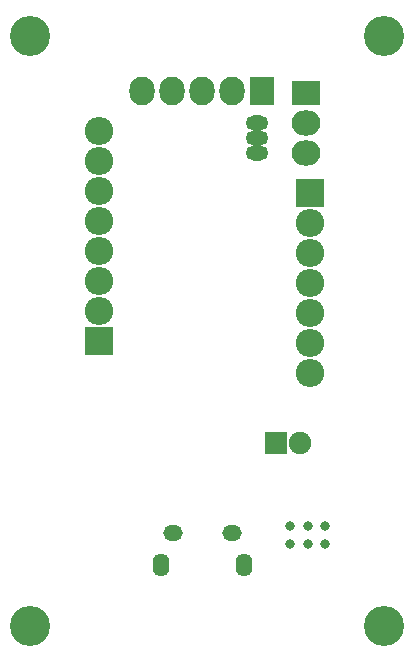
<source format=gbs>
G04 #@! TF.FileFunction,Soldermask,Bot*
%FSLAX46Y46*%
G04 Gerber Fmt 4.6, Leading zero omitted, Abs format (unit mm)*
G04 Created by KiCad (PCBNEW 4.0.4-stable) date 11/10/16 21:54:05*
%MOMM*%
%LPD*%
G01*
G04 APERTURE LIST*
%ADD10C,0.100000*%
%ADD11O,2.398980X2.398980*%
%ADD12R,2.398980X2.398980*%
%ADD13R,2.127200X2.432000*%
%ADD14O,2.127200X2.432000*%
%ADD15R,2.432000X2.127200*%
%ADD16O,2.432000X2.127200*%
%ADD17C,0.800000*%
%ADD18O,1.650000X1.350000*%
%ADD19O,1.400000X1.950000*%
%ADD20C,3.400000*%
%ADD21O,1.901140X1.299160*%
%ADD22R,1.900000X1.900000*%
%ADD23C,1.900000*%
G04 APERTURE END LIST*
D10*
D11*
X135811000Y-108250000D03*
D12*
X135811000Y-115870000D03*
D11*
X135811000Y-113330000D03*
X135811000Y-110790000D03*
X135811000Y-105710000D03*
X135811000Y-103170000D03*
X135811000Y-100630000D03*
X135811000Y-98090000D03*
D13*
X149654000Y-94661000D03*
D14*
X147114000Y-94661000D03*
X144574000Y-94661000D03*
X142034000Y-94661000D03*
X139494000Y-94661000D03*
D15*
X153390000Y-94820000D03*
D16*
X153390000Y-97360000D03*
X153390000Y-99900000D03*
D17*
X155020000Y-131530000D03*
X153520000Y-131530000D03*
X155020000Y-133030000D03*
X153520000Y-133030000D03*
X152020000Y-131530000D03*
X152020000Y-133030000D03*
D18*
X142099100Y-132117460D03*
X147099100Y-132117460D03*
D19*
X141099100Y-134817460D03*
X148099100Y-134817460D03*
D20*
X130000000Y-90000000D03*
X130000000Y-140000000D03*
X160000000Y-140000000D03*
X160000000Y-90000000D03*
D11*
X153720000Y-110970000D03*
D12*
X153720000Y-103350000D03*
D11*
X153720000Y-105890000D03*
X153720000Y-108430000D03*
X153720000Y-113510000D03*
X153720000Y-116050000D03*
X153720000Y-118590000D03*
D21*
X149260000Y-98700000D03*
X149260000Y-97430000D03*
X149260000Y-99970000D03*
D22*
X150866600Y-124523500D03*
D23*
X152866600Y-124523500D03*
M02*

</source>
